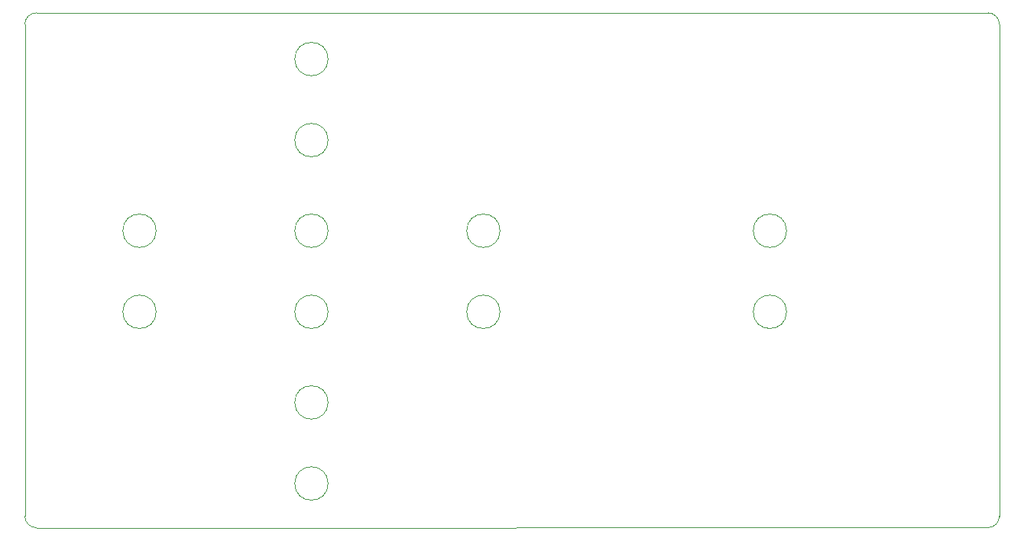
<source format=gbr>
%TF.GenerationSoftware,KiCad,Pcbnew,7.0.2*%
%TF.CreationDate,2024-06-26T08:39:52-07:00*%
%TF.ProjectId,Score-Board-LinInd-SW,53636f72-652d-4426-9f61-72642d4c696e,1.0*%
%TF.SameCoordinates,Original*%
%TF.FileFunction,Profile,NP*%
%FSLAX46Y46*%
G04 Gerber Fmt 4.6, Leading zero omitted, Abs format (unit mm)*
G04 Created by KiCad (PCBNEW 7.0.2) date 2024-06-26 08:39:52*
%MOMM*%
%LPD*%
G01*
G04 APERTURE LIST*
%TA.AperFunction,Profile*%
%ADD10C,0.100000*%
%TD*%
%TA.AperFunction,Profile*%
%ADD11C,0.050000*%
%TD*%
G04 APERTURE END LIST*
D10*
X59267450Y-150333506D02*
X59267450Y-95767000D01*
X59267444Y-150333506D02*
G75*
G03*
X60548000Y-151614056I1280556J6D01*
G01*
X167243968Y-95762132D02*
G75*
G03*
X165975000Y-94493132I-1268968J32D01*
G01*
X165972642Y-151612698D02*
G75*
G03*
X167241698Y-150343642I-42J1269098D01*
G01*
X165972642Y-151612698D02*
X60544000Y-151614056D01*
X60542318Y-94492132D02*
X165975000Y-94493132D01*
X60542318Y-94492150D02*
G75*
G03*
X59267450Y-95767000I-18J-1274850D01*
G01*
X167244000Y-95762132D02*
X167241698Y-150343642D01*
D11*
%TO.C,SW3*%
X73817000Y-118666000D02*
G75*
G03*
X73817000Y-118666000I-1850000J0D01*
G01*
X73817000Y-127666000D02*
G75*
G03*
X73817000Y-127666000I-1850000J0D01*
G01*
%TO.C,SW2*%
X92867000Y-99616000D02*
G75*
G03*
X92867000Y-99616000I-1850000J0D01*
G01*
X92867000Y-108616000D02*
G75*
G03*
X92867000Y-108616000I-1850000J0D01*
G01*
%TO.C,SW5*%
X111917000Y-118666000D02*
G75*
G03*
X111917000Y-118666000I-1850000J0D01*
G01*
X111917000Y-127666000D02*
G75*
G03*
X111917000Y-127666000I-1850000J0D01*
G01*
%TO.C,SW6*%
X92867000Y-137716000D02*
G75*
G03*
X92867000Y-137716000I-1850000J0D01*
G01*
X92867000Y-146716000D02*
G75*
G03*
X92867000Y-146716000I-1850000J0D01*
G01*
%TO.C,SW4*%
X92867000Y-118666000D02*
G75*
G03*
X92867000Y-118666000I-1850000J0D01*
G01*
X92867000Y-127666000D02*
G75*
G03*
X92867000Y-127666000I-1850000J0D01*
G01*
%TO.C,SW1*%
X143666000Y-118666000D02*
G75*
G03*
X143666000Y-118666000I-1850000J0D01*
G01*
X143666000Y-127666000D02*
G75*
G03*
X143666000Y-127666000I-1850000J0D01*
G01*
%TD*%
M02*

</source>
